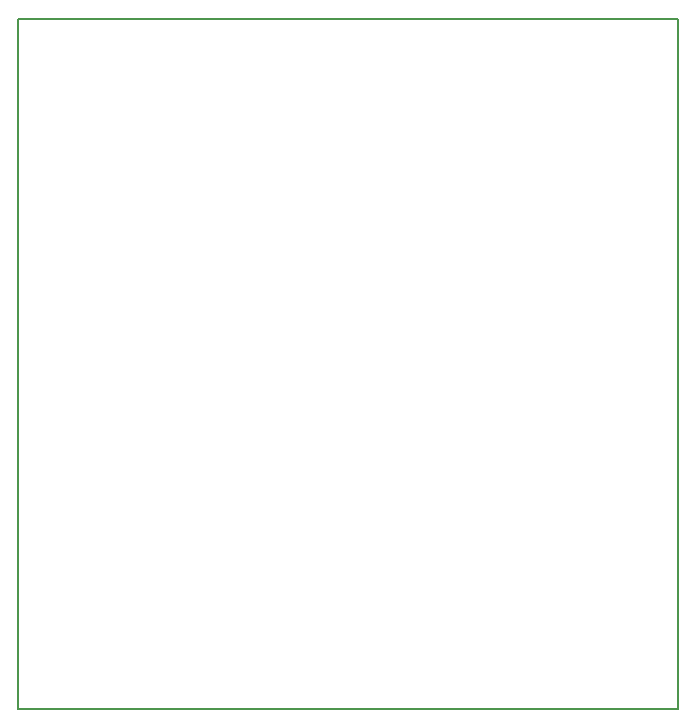
<source format=gko>
G04 #@! TF.FileFunction,Drawing*
%FSLAX46Y46*%
G04 Gerber Fmt 4.6, Leading zero omitted, Abs format (unit mm)*
G04 Created by KiCad (PCBNEW 4.0.0-rc1-stable) date 10/23/2015 7:55:34 PM*
%MOMM*%
G01*
G04 APERTURE LIST*
%ADD10C,0.100000*%
%ADD11C,0.200000*%
G04 APERTURE END LIST*
D10*
D11*
X48260000Y-139700000D02*
X48260000Y-81280000D01*
X104140000Y-139700000D02*
X48260000Y-139700000D01*
X104140000Y-81280000D02*
X104140000Y-139700000D01*
X48260000Y-81280000D02*
X104140000Y-81280000D01*
M02*

</source>
